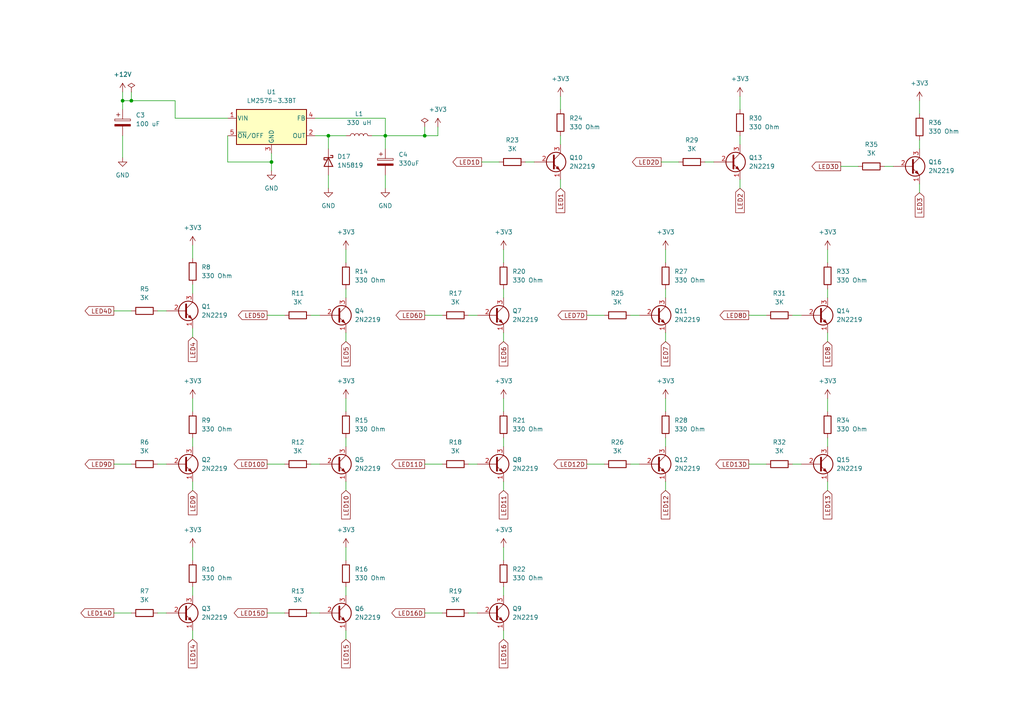
<source format=kicad_sch>
(kicad_sch (version 20211123) (generator eeschema)
  (paper "A4")
  (title_block (title "Mission DMX Input Button Array") (date "2022-10-24") (rev "0") (company "AStA Uni Lübeck") (comment 1 "Autor von Leon Dietrich") (comment 2 "Erwartet 3.3V und 12V Spannungsversorgung") (comment 3 "3.3V nur für Signalleitung"))
  (lib_symbols
    (symbol "Device:C_Polarized" (pin_numbers hide) (pin_names (offset 0.254))
      (property "Reference" "C" (at 0.635 2.54 0))
      (property "Value" "C_Polarized" (at 0.635 -2.54 0))
      (symbol "C_Polarized_0_1"
        (rectangle (start -2.286 0.508) (end 2.286 1.016))
        (polyline (pts (xy -1.778 2.286) (xy -0.762 2.286)))
        (polyline (pts (xy -1.27 2.794) (xy -1.27 1.778)))
        (rectangle (start 2.286 -0.508) (end -2.286 -1.016) (fill (type outline)))
      )
      (symbol "C_Polarized_1_1"
        (pin passive line (at 0 3.81 270) (length 2.794) (name "~") (number "1"))
        (pin passive line (at 0 -3.81 90) (length 2.794) (name "~") (number "2"))
      )
    )
    (symbol "Device:L" (pin_numbers hide) (pin_names (offset 1.016) hide)
      (property "Reference" "L" (at -1.27 0 90))
      (property "Value" "L" (at 1.905 0 90))
      (symbol "L_0_1"
        (arc (start 0 -2.54) (mid 0.635 -1.905) (end 0 -1.27))
        (arc (start 0 -1.27) (mid 0.635 -0.635) (end 0 0))
        (arc (start 0 0) (mid 0.635 0.635) (end 0 1.27))
        (arc (start 0 1.27) (mid 0.635 1.905) (end 0 2.54))
      )
      (symbol "L_1_1"
        (pin passive line (at 0 3.81 270) (length 1.27) (name "1") (number "1"))
        (pin passive line (at 0 -3.81 90) (length 1.27) (name "2") (number "2"))
      )
    )
    (symbol "Device:R" (pin_numbers hide) (pin_names (offset 0))
      (property "Reference" "R" (at 2.032 0 90))
      (property "Value" "R" (at 0 0 90))
      (symbol "R_0_1"
        (rectangle (start -1.016 -2.54) (end 1.016 2.54) (stroke (width 0.254)))
      )
      (symbol "R_1_1"
        (pin passive line (at 0 3.81 270) (length 1.27) (name "~") (number "1"))
        (pin passive line (at 0 -3.81 90) (length 1.27) (name "~") (number "2"))
      )
    )
    (symbol "Diode:1N5819" (pin_numbers hide) (pin_names (offset 1.016) hide)
      (property "Reference" "D" (at 0 2.54 0))
      (property "Value" "1N5819" (at 0 -2.54 0))
      (symbol "1N5819_0_1"
        (polyline (pts (xy 1.27 0) (xy -1.27 0)))
        (polyline (pts (xy 1.27 1.27) (xy 1.27 -1.27) (xy -1.27 0) (xy 1.27 1.27)) (stroke (width 0.254)))
        (polyline (pts (xy -1.905 0.635) (xy -1.905 1.27) (xy -1.27 1.27) (xy -1.27 -1.27) (xy -0.635 -1.27) (xy -0.635 -0.635)) (stroke (width 0.254)))
      )
      (symbol "1N5819_1_1"
        (pin passive line (at -3.81 0 0) (length 2.54) (name "K") (number "1"))
        (pin passive line (at 3.81 0 180) (length 2.54) (name "A") (number "2"))
      )
    )
    (symbol "Regulator_Switching:LM2575-3.3BT" (pin_names (offset 0.254))
      (property "Reference" "U" (at -10.16 6.35 0))
      (property "Value" "LM2575-3.3BT" (at 0 6.35 0))
      (symbol "LM2575-3.3BT_0_1"
        (rectangle (start -10.16 5.08) (end 10.16 -5.08) (stroke (width 0.254)) (fill (type background)))
      )
      (symbol "LM2575-3.3BT_1_1"
        (pin power_in line (at -12.7 2.54 0) (length 2.54) (name "VIN") (number "1"))
        (pin output line (at 12.7 -2.54 180) (length 2.54) (name "OUT") (number "2"))
        (pin power_in line (at 0 -7.62 90) (length 2.54) (name "GND") (number "3"))
        (pin input line (at 12.7 2.54 180) (length 2.54) (name "FB") (number "4"))
        (pin input line (at -12.7 -2.54 0) (length 2.54) (name "~{ON}/OFF") (number "5"))
      )
    )
    (symbol "Transistor_BJT:2N2219" (pin_names (offset 0) hide)
      (property "Reference" "Q" (at 5.08 1.905 0))
      (property "Value" "2N2219" (at 5.08 0 0))
      (symbol "2N2219_0_1"
        (polyline (pts (xy 0.635 0.635) (xy 2.54 2.54)))
        (polyline (pts (xy 0.635 -0.635) (xy 2.54 -2.54) (xy 2.54 -2.54)))
        (polyline (pts (xy 0.635 1.905) (xy 0.635 -1.905) (xy 0.635 -1.905)) (stroke (width 0.508)))
        (polyline (pts (xy 1.27 -1.778) (xy 1.778 -1.27) (xy 2.286 -2.286) (xy 1.27 -1.778) (xy 1.27 -1.778)) (fill (type outline)))
        (circle (center 1.27 0) (radius 2.8194) (stroke (width 0.254)))
      )
      (symbol "2N2219_1_1"
        (pin passive line (at 2.54 -5.08 90) (length 2.54) (name "E") (number "1"))
        (pin passive line (at -5.08 0 0) (length 5.715) (name "B") (number "2"))
        (pin passive line (at 2.54 5.08 270) (length 2.54) (name "C") (number "3"))
      )
    )
    (symbol "power:+12V" (power) (pin_names (offset 0))
      (property "Value" "+12V" (at 0 3.556 0))
      (symbol "+12V_0_1"
        (polyline (pts (xy -0.762 1.27) (xy 0 2.54)))
        (polyline (pts (xy 0 0) (xy 0 2.54)))
        (polyline (pts (xy 0 2.54) (xy 0.762 1.27)))
      )
      (symbol "+12V_1_1"
        (pin power_in line (at 0 0 90) (length 0) hide (name "+12V") (number "1"))
      )
    )
    (symbol "power:+3.3V" (power) (pin_names (offset 0))
      (property "Value" "+3.3V" (at 0 3.556 0))
      (symbol "+3.3V_0_1"
        (polyline (pts (xy -0.762 1.27) (xy 0 2.54)))
        (polyline (pts (xy 0 0) (xy 0 2.54)))
        (polyline (pts (xy 0 2.54) (xy 0.762 1.27)))
      )
      (symbol "+3.3V_1_1"
        (pin power_in line (at 0 0 90) (length 0) hide (name "+3V3") (number "1"))
      )
    )
    (symbol "power:GND" (power) (pin_names (offset 0))
      (property "Value" "GND" (at 0 -3.81 0))
      (symbol "GND_0_1"
        (polyline (pts (xy 0 0) (xy 0 -1.27) (xy 1.27 -1.27) (xy 0 -2.54) (xy -1.27 -1.27) (xy 0 -1.27)))
      )
      (symbol "GND_1_1"
        (pin power_in line (at 0 0 270) (length 0) hide (name "GND") (number "1"))
      )
    )
    (symbol "power:PWR_FLAG" (power) (pin_numbers hide) (pin_names (offset 0) hide)
      (property "Value" "PWR_FLAG" (at 0 3.81 0))
      (symbol "PWR_FLAG_0_0"
        (pin power_out line (at 0 0 90) (length 0) (name "pwr") (number "1"))
      )
      (symbol "PWR_FLAG_0_1"
        (polyline (pts (xy 0 0) (xy 0 1.27) (xy -1.016 1.905) (xy 0 2.54) (xy 1.016 1.905) (xy 0 1.27)))
      )
    )
  )
  (junction (at 95.25 39.37))
  (junction (at 35.56 29.21))
  (junction (at 111.76 39.37))
  (junction (at 78.74 46.99))
  (junction (at 38.1 29.21))
  (junction (at 123.19 39.37))
  (wire (pts (xy 146.05 182.88) (xy 146.05 185.42)))
  (wire (pts (xy 78.74 44.45) (xy 78.74 46.99)))
  (wire (pts (xy 240.03 115.57) (xy 240.03 119.38)))
  (wire (pts (xy 35.56 29.21) (xy 35.56 31.75)))
  (wire (pts (xy 256.54 48.26) (xy 259.08 48.26)))
  (wire (pts (xy 55.88 95.25) (xy 55.88 97.79)))
  (wire (pts (xy 217.17 134.62) (xy 222.25 134.62)))
  (wire (pts (xy 146.05 83.82) (xy 146.05 86.36)))
  (wire (pts (xy 66.04 39.37) (xy 66.04 46.99)))
  (wire (pts (xy 240.03 72.39) (xy 240.03 76.2)))
  (wire (pts (xy 111.76 34.29) (xy 111.76 39.37)))
  (wire (pts (xy 123.19 177.8) (xy 128.27 177.8)))
  (wire (pts (xy 240.03 127) (xy 240.03 129.54)))
  (wire (pts (xy 127 39.37) (xy 123.19 39.37)))
  (wire (pts (xy 146.05 72.39) (xy 146.05 76.2)))
  (wire (pts (xy 240.03 139.7) (xy 240.03 142.24)))
  (wire (pts (xy 139.7 46.99) (xy 144.78 46.99)))
  (wire (pts (xy 240.03 96.52) (xy 240.03 99.06)))
  (wire (pts (xy 50.8 34.29) (xy 50.8 29.21)))
  (wire (pts (xy 55.88 139.7) (xy 55.88 142.24)))
  (wire (pts (xy 91.44 34.29) (xy 111.76 34.29)))
  (wire (pts (xy 193.04 115.57) (xy 193.04 119.38)))
  (wire (pts (xy 95.25 39.37) (xy 95.25 43.18)))
  (wire (pts (xy 146.05 170.18) (xy 146.05 172.72)))
  (wire (pts (xy 266.7 29.21) (xy 266.7 33.02)))
  (wire (pts (xy 95.25 39.37) (xy 100.33 39.37)))
  (wire (pts (xy 146.05 115.57) (xy 146.05 119.38)))
  (wire (pts (xy 77.47 91.44) (xy 82.55 91.44)))
  (wire (pts (xy 45.72 177.8) (xy 48.26 177.8)))
  (wire (pts (xy 243.84 48.26) (xy 248.92 48.26)))
  (wire (pts (xy 266.7 53.34) (xy 266.7 55.88)))
  (wire (pts (xy 55.88 170.18) (xy 55.88 172.72)))
  (wire (pts (xy 55.88 115.57) (xy 55.88 119.38)))
  (wire (pts (xy 152.4 46.99) (xy 154.94 46.99)))
  (wire (pts (xy 45.72 134.62) (xy 48.26 134.62)))
  (wire (pts (xy 55.88 127) (xy 55.88 129.54)))
  (wire (pts (xy 170.18 134.62) (xy 175.26 134.62)))
  (wire (pts (xy 38.1 29.21) (xy 35.56 29.21)))
  (wire (pts (xy 193.04 96.52) (xy 193.04 99.06)))
  (wire (pts (xy 90.17 91.44) (xy 92.71 91.44)))
  (wire (pts (xy 127 36.83) (xy 127 39.37)))
  (wire (pts (xy 123.19 39.37) (xy 111.76 39.37)))
  (wire (pts (xy 100.33 139.7) (xy 100.33 142.24)))
  (wire (pts (xy 229.87 134.62) (xy 232.41 134.62)))
  (wire (pts (xy 170.18 91.44) (xy 175.26 91.44)))
  (wire (pts (xy 182.88 91.44) (xy 185.42 91.44)))
  (wire (pts (xy 229.87 91.44) (xy 232.41 91.44)))
  (wire (pts (xy 193.04 72.39) (xy 193.04 76.2)))
  (wire (pts (xy 95.25 50.8) (xy 95.25 54.61)))
  (wire (pts (xy 91.44 39.37) (xy 95.25 39.37)))
  (wire (pts (xy 123.19 36.83) (xy 123.19 39.37)))
  (wire (pts (xy 123.19 134.62) (xy 128.27 134.62)))
  (wire (pts (xy 193.04 83.82) (xy 193.04 86.36)))
  (wire (pts (xy 100.33 170.18) (xy 100.33 172.72)))
  (wire (pts (xy 100.33 96.52) (xy 100.33 99.06)))
  (wire (pts (xy 35.56 39.37) (xy 35.56 45.72)))
  (wire (pts (xy 146.05 96.52) (xy 146.05 99.06)))
  (wire (pts (xy 78.74 46.99) (xy 78.74 49.53)))
  (wire (pts (xy 240.03 83.82) (xy 240.03 86.36)))
  (wire (pts (xy 45.72 90.17) (xy 48.26 90.17)))
  (wire (pts (xy 55.88 182.88) (xy 55.88 185.42)))
  (wire (pts (xy 66.04 46.99) (xy 78.74 46.99)))
  (wire (pts (xy 100.33 83.82) (xy 100.33 86.36)))
  (wire (pts (xy 135.89 91.44) (xy 138.43 91.44)))
  (wire (pts (xy 100.33 127) (xy 100.33 129.54)))
  (wire (pts (xy 191.77 46.99) (xy 196.85 46.99)))
  (wire (pts (xy 77.47 134.62) (xy 82.55 134.62)))
  (wire (pts (xy 135.89 177.8) (xy 138.43 177.8)))
  (wire (pts (xy 100.33 182.88) (xy 100.33 185.42)))
  (wire (pts (xy 123.19 91.44) (xy 128.27 91.44)))
  (wire (pts (xy 100.33 115.57) (xy 100.33 119.38)))
  (wire (pts (xy 182.88 134.62) (xy 185.42 134.62)))
  (wire (pts (xy 214.63 52.07) (xy 214.63 54.61)))
  (wire (pts (xy 90.17 177.8) (xy 92.71 177.8)))
  (wire (pts (xy 204.47 46.99) (xy 207.01 46.99)))
  (wire (pts (xy 38.1 26.67) (xy 38.1 29.21)))
  (wire (pts (xy 266.7 40.64) (xy 266.7 43.18)))
  (wire (pts (xy 33.02 177.8) (xy 38.1 177.8)))
  (wire (pts (xy 193.04 127) (xy 193.04 129.54)))
  (wire (pts (xy 33.02 134.62) (xy 38.1 134.62)))
  (wire (pts (xy 217.17 91.44) (xy 222.25 91.44)))
  (wire (pts (xy 111.76 43.18) (xy 111.76 39.37)))
  (wire (pts (xy 214.63 39.37) (xy 214.63 41.91)))
  (wire (pts (xy 111.76 39.37) (xy 107.95 39.37)))
  (wire (pts (xy 193.04 139.7) (xy 193.04 142.24)))
  (wire (pts (xy 100.33 72.39) (xy 100.33 76.2)))
  (wire (pts (xy 135.89 134.62) (xy 138.43 134.62)))
  (wire (pts (xy 33.02 90.17) (xy 38.1 90.17)))
  (wire (pts (xy 214.63 27.94) (xy 214.63 31.75)))
  (wire (pts (xy 146.05 158.75) (xy 146.05 162.56)))
  (wire (pts (xy 100.33 158.75) (xy 100.33 162.56)))
  (wire (pts (xy 77.47 177.8) (xy 82.55 177.8)))
  (wire (pts (xy 66.04 34.29) (xy 50.8 34.29)))
  (wire (pts (xy 146.05 139.7) (xy 146.05 142.24)))
  (wire (pts (xy 162.56 27.94) (xy 162.56 31.75)))
  (wire (pts (xy 55.88 71.12) (xy 55.88 74.93)))
  (wire (pts (xy 55.88 82.55) (xy 55.88 85.09)))
  (wire (pts (xy 162.56 52.07) (xy 162.56 54.61)))
  (wire (pts (xy 50.8 29.21) (xy 38.1 29.21)))
  (wire (pts (xy 35.56 26.67) (xy 35.56 29.21)))
  (wire (pts (xy 146.05 127) (xy 146.05 129.54)))
  (wire (pts (xy 162.56 39.37) (xy 162.56 41.91)))
  (wire (pts (xy 55.88 158.75) (xy 55.88 162.56)))
  (wire (pts (xy 90.17 134.62) (xy 92.71 134.62)))
  (wire (pts (xy 111.76 50.8) (xy 111.76 54.61)))
  (global_label "LED11" (shape input) (at 146.05 142.24 270) (property "Referenzen zwischen Schaltplänen" "${INTERSHEET_REFS}" (effects hide)))
  (global_label "LED13D" (shape output) (at 217.17 134.62 180) (property "Referenzen zwischen Schaltplänen" "${INTERSHEET_REFS}" (effects hide)))
  (global_label "LED5" (shape input) (at 100.33 99.06 270) (property "Referenzen zwischen Schaltplänen" "${INTERSHEET_REFS}" (effects hide)))
  (global_label "LED14" (shape input) (at 55.88 185.42 270) (property "Referenzen zwischen Schaltplänen" "${INTERSHEET_REFS}" (effects hide)))
  (global_label "LED8" (shape input) (at 240.03 99.06 270) (property "Referenzen zwischen Schaltplänen" "${INTERSHEET_REFS}" (effects hide)))
  (global_label "LED9D" (shape output) (at 33.02 134.62 180) (property "Referenzen zwischen Schaltplänen" "${INTERSHEET_REFS}" (effects hide)))
  (global_label "LED13" (shape input) (at 240.03 142.24 270) (property "Referenzen zwischen Schaltplänen" "${INTERSHEET_REFS}" (effects hide)))
  (global_label "LED2" (shape input) (at 214.63 54.61 270) (property "Referenzen zwischen Schaltplänen" "${INTERSHEET_REFS}" (effects hide)))
  (global_label "LED11D" (shape output) (at 123.19 134.62 180) (property "Referenzen zwischen Schaltplänen" "${INTERSHEET_REFS}" (effects hide)))
  (global_label "LED1D" (shape output) (at 139.7 46.99 180) (property "Referenzen zwischen Schaltplänen" "${INTERSHEET_REFS}" (effects hide)))
  (global_label "LED3" (shape input) (at 266.7 55.88 270) (property "Referenzen zwischen Schaltplänen" "${INTERSHEET_REFS}" (effects hide)))
  (global_label "LED16" (shape input) (at 146.05 185.42 270) (property "Referenzen zwischen Schaltplänen" "${INTERSHEET_REFS}" (effects hide)))
  (global_label "LED4D" (shape output) (at 33.02 90.17 180) (property "Referenzen zwischen Schaltplänen" "${INTERSHEET_REFS}" (effects hide)))
  (global_label "LED12D" (shape output) (at 170.18 134.62 180) (property "Referenzen zwischen Schaltplänen" "${INTERSHEET_REFS}" (effects hide)))
  (global_label "LED4" (shape input) (at 55.88 97.79 270) (property "Referenzen zwischen Schaltplänen" "${INTERSHEET_REFS}" (effects hide)))
  (global_label "LED12" (shape input) (at 193.04 142.24 270) (property "Referenzen zwischen Schaltplänen" "${INTERSHEET_REFS}" (effects hide)))
  (global_label "LED2D" (shape output) (at 191.77 46.99 180) (property "Referenzen zwischen Schaltplänen" "${INTERSHEET_REFS}" (effects hide)))
  (global_label "LED15" (shape input) (at 100.33 185.42 270) (property "Referenzen zwischen Schaltplänen" "${INTERSHEET_REFS}" (effects hide)))
  (global_label "LED15D" (shape output) (at 77.47 177.8 180) (property "Referenzen zwischen Schaltplänen" "${INTERSHEET_REFS}" (effects hide)))
  (global_label "LED5D" (shape output) (at 77.47 91.44 180) (property "Referenzen zwischen Schaltplänen" "${INTERSHEET_REFS}" (effects hide)))
  (global_label "LED9" (shape input) (at 55.88 142.24 270) (property "Referenzen zwischen Schaltplänen" "${INTERSHEET_REFS}" (effects hide)))
  (global_label "LED8D" (shape output) (at 217.17 91.44 180) (property "Referenzen zwischen Schaltplänen" "${INTERSHEET_REFS}" (effects hide)))
  (global_label "LED1" (shape input) (at 162.56 54.61 270) (property "Referenzen zwischen Schaltplänen" "${INTERSHEET_REFS}" (effects hide)))
  (global_label "LED6" (shape input) (at 146.05 99.06 270) (property "Referenzen zwischen Schaltplänen" "${INTERSHEET_REFS}" (effects hide)))
  (global_label "LED10" (shape input) (at 100.33 142.24 270) (property "Referenzen zwischen Schaltplänen" "${INTERSHEET_REFS}" (effects hide)))
  (global_label "LED7" (shape input) (at 193.04 99.06 270) (property "Referenzen zwischen Schaltplänen" "${INTERSHEET_REFS}" (effects hide)))
  (global_label "LED16D" (shape output) (at 123.19 177.8 180) (property "Referenzen zwischen Schaltplänen" "${INTERSHEET_REFS}" (effects hide)))
  (global_label "LED14D" (shape output) (at 33.02 177.8 180) (property "Referenzen zwischen Schaltplänen" "${INTERSHEET_REFS}" (effects hide)))
  (global_label "LED3D" (shape output) (at 243.84 48.26 180) (property "Referenzen zwischen Schaltplänen" "${INTERSHEET_REFS}" (effects hide)))
  (global_label "LED7D" (shape output) (at 170.18 91.44 180) (property "Referenzen zwischen Schaltplänen" "${INTERSHEET_REFS}" (effects hide)))
  (global_label "LED6D" (shape output) (at 123.19 91.44 180) (property "Referenzen zwischen Schaltplänen" "${INTERSHEET_REFS}" (effects hide)))
  (global_label "LED10D" (shape output) (at 77.47 134.62 180) (property "Referenzen zwischen Schaltplänen" "${INTERSHEET_REFS}" (effects hide)))
  (symbol (lib_id "power:+3.3V") (at 146.05 115.57 0) (unit 1)
    (property "Reference" "#PWR039" (effects hide))
    (property "Value" "+3.3V" (at 146.05 110.49 0))
  )
  (symbol (lib_id "Transistor_BJT:2N2219") (at 143.51 91.44 0) (unit 1)
    (property "Reference" "Q7" (at 148.59 90.1699 0) (effects (justify left)))
    (property "Value" "2N2219" (at 148.59 92.7099 0) (effects (justify left)))
    (property "Footprint" "Package_TO_SOT_THT:TO-39-3" (effects hide))
    (property "Datasheet" "http://www.onsemi.com/pub_link/Collateral/2N2219-D.PDF" (effects hide))
  )
  (symbol (lib_id "Device:R") (at 193.04 80.01 0) (unit 1)
    (property "Reference" "R27" (at 195.58 78.7399 0) (effects (justify left)))
    (property "Value" "330 Ohm" (at 195.58 81.2799 0) (effects (justify left)))
    (property "Footprint" "Resistor_SMD:R_1206_3216Metric_Pad1.30x1.75mm_HandSolder" (effects hide))
  )
  (symbol (lib_id "power:+3.3V") (at 266.7 29.21 0) (unit 1)
    (property "Reference" "#PWR047" (effects hide))
    (property "Value" "+3.3V" (at 266.7 24.13 0))
  )
  (symbol (lib_id "Device:R") (at 132.08 177.8 90) (unit 1)
    (property "Reference" "R19" (at 132.08 171.45 90))
    (property "Value" "3K" (at 132.08 173.99 90))
    (property "Footprint" "Resistor_SMD:R_1206_3216Metric_Pad1.30x1.75mm_HandSolder" (effects hide))
  )
  (symbol (lib_id "Transistor_BJT:2N2219") (at 143.51 134.62 0) (unit 1)
    (property "Reference" "Q8" (at 148.59 133.3499 0) (effects (justify left)))
    (property "Value" "2N2219" (at 148.59 135.8899 0) (effects (justify left)))
    (property "Footprint" "Package_TO_SOT_THT:TO-39-3" (effects hide))
    (property "Datasheet" "http://www.onsemi.com/pub_link/Collateral/2N2219-D.PDF" (effects hide))
  )
  (symbol (lib_id "Device:L") (at 104.14 39.37 90) (unit 1)
    (property "Reference" "L1" (at 104.14 33.02 90))
    (property "Value" "330 uH" (at 104.14 35.56 90))
    (property "Footprint" "Inductor_SMD:L_Fastron_PISN_Handsoldering" (effects hide))
  )
  (symbol (lib_id "Device:R") (at 100.33 123.19 0) (unit 1)
    (property "Reference" "R15" (at 102.87 121.9199 0) (effects (justify left)))
    (property "Value" "330 Ohm" (at 102.87 124.4599 0) (effects (justify left)))
    (property "Footprint" "Resistor_SMD:R_1206_3216Metric_Pad1.30x1.75mm_HandSolder" (effects hide))
  )
  (symbol (lib_id "Device:R") (at 55.88 166.37 0) (unit 1)
    (property "Reference" "R10" (at 58.42 165.0999 0) (effects (justify left)))
    (property "Value" "330 Ohm" (at 58.42 167.6399 0) (effects (justify left)))
    (property "Footprint" "Resistor_SMD:R_1206_3216Metric_Pad1.30x1.75mm_HandSolder" (effects hide))
  )
  (symbol (lib_id "Device:R") (at 146.05 80.01 0) (unit 1)
    (property "Reference" "R20" (at 148.59 78.7399 0) (effects (justify left)))
    (property "Value" "330 Ohm" (at 148.59 81.2799 0) (effects (justify left)))
    (property "Footprint" "Resistor_SMD:R_1206_3216Metric_Pad1.30x1.75mm_HandSolder" (effects hide))
  )
  (symbol (lib_id "Device:R") (at 266.7 36.83 0) (unit 1)
    (property "Reference" "R36" (at 269.24 35.5599 0) (effects (justify left)))
    (property "Value" "330 Ohm" (at 269.24 38.0999 0) (effects (justify left)))
    (property "Footprint" "Resistor_SMD:R_1206_3216Metric_Pad1.30x1.75mm_HandSolder" (effects hide))
  )
  (symbol (lib_id "Device:R") (at 41.91 177.8 90) (unit 1)
    (property "Reference" "R7" (at 41.91 171.45 90))
    (property "Value" "3K" (at 41.91 173.99 90))
    (property "Footprint" "Resistor_SMD:R_1206_3216Metric_Pad1.30x1.75mm_HandSolder" (effects hide))
  )
  (symbol (lib_id "power:+3.3V") (at 193.04 72.39 0) (unit 1)
    (property "Reference" "#PWR042" (effects hide))
    (property "Value" "+3.3V" (at 193.04 67.31 0))
  )
  (symbol (lib_id "power:+3.3V") (at 100.33 72.39 0) (unit 1)
    (property "Reference" "#PWR033" (effects hide))
    (property "Value" "+3.3V" (at 100.33 67.31 0))
  )
  (symbol (lib_id "Transistor_BJT:2N2219") (at 237.49 134.62 0) (unit 1)
    (property "Reference" "Q15" (at 242.57 133.3499 0) (effects (justify left)))
    (property "Value" "2N2219" (at 242.57 135.8899 0) (effects (justify left)))
    (property "Footprint" "Package_TO_SOT_THT:TO-39-3" (effects hide))
    (property "Datasheet" "http://www.onsemi.com/pub_link/Collateral/2N2219-D.PDF" (effects hide))
  )
  (symbol (lib_id "Device:R") (at 179.07 91.44 90) (unit 1)
    (property "Reference" "R25" (at 179.07 85.09 90))
    (property "Value" "3K" (at 179.07 87.63 90))
    (property "Footprint" "Resistor_SMD:R_1206_3216Metric_Pad1.30x1.75mm_HandSolder" (effects hide))
  )
  (symbol (lib_id "Device:R") (at 55.88 78.74 0) (unit 1)
    (property "Reference" "R8" (at 58.42 77.4699 0) (effects (justify left)))
    (property "Value" "330 Ohm" (at 58.42 80.0099 0) (effects (justify left)))
    (property "Footprint" "Resistor_SMD:R_1206_3216Metric_Pad1.30x1.75mm_HandSolder" (effects hide))
  )
  (symbol (lib_id "Diode:1N5819") (at 95.25 46.99 270) (unit 1)
    (property "Reference" "D17" (at 97.79 45.4024 90) (effects (justify left)))
    (property "Value" "1N5819" (at 97.79 47.9424 90) (effects (justify left)))
    (property "Footprint" "Diode_THT:D_DO-41_SOD81_P10.16mm_Horizontal" (effects hide))
    (property "Datasheet" "http://www.vishay.com/docs/88525/1n5817.pdf" (effects hide))
  )
  (symbol (lib_id "Transistor_BJT:2N2219") (at 97.79 134.62 0) (unit 1)
    (property "Reference" "Q5" (at 102.87 133.3499 0) (effects (justify left)))
    (property "Value" "2N2219" (at 102.87 135.8899 0) (effects (justify left)))
    (property "Footprint" "Package_TO_SOT_THT:TO-39-3" (effects hide))
    (property "Datasheet" "http://www.onsemi.com/pub_link/Collateral/2N2219-D.PDF" (effects hide))
  )
  (symbol (lib_id "Transistor_BJT:2N2219") (at 143.51 177.8 0) (unit 1)
    (property "Reference" "Q9" (at 148.59 176.5299 0) (effects (justify left)))
    (property "Value" "2N2219" (at 148.59 179.0699 0) (effects (justify left)))
    (property "Footprint" "Package_TO_SOT_THT:TO-39-3" (effects hide))
    (property "Datasheet" "http://www.onsemi.com/pub_link/Collateral/2N2219-D.PDF" (effects hide))
  )
  (symbol (lib_id "Device:R") (at 86.36 177.8 90) (unit 1)
    (property "Reference" "R13" (at 86.36 171.45 90))
    (property "Value" "3K" (at 86.36 173.99 90))
    (property "Footprint" "Resistor_SMD:R_1206_3216Metric_Pad1.30x1.75mm_HandSolder" (effects hide))
  )
  (symbol (lib_id "power:+3.3V") (at 146.05 158.75 0) (unit 1)
    (property "Reference" "#PWR040" (effects hide))
    (property "Value" "+3.3V" (at 146.05 153.67 0))
  )
  (symbol (lib_id "Device:R") (at 193.04 123.19 0) (unit 1)
    (property "Reference" "R28" (at 195.58 121.9199 0) (effects (justify left)))
    (property "Value" "330 Ohm" (at 195.58 124.4599 0) (effects (justify left)))
    (property "Footprint" "Resistor_SMD:R_1206_3216Metric_Pad1.30x1.75mm_HandSolder" (effects hide))
  )
  (symbol (lib_id "Transistor_BJT:2N2219") (at 212.09 46.99 0) (unit 1)
    (property "Reference" "Q13" (at 217.17 45.7199 0) (effects (justify left)))
    (property "Value" "2N2219" (at 217.17 48.2599 0) (effects (justify left)))
    (property "Footprint" "Package_TO_SOT_THT:TO-39-3" (effects hide))
    (property "Datasheet" "http://www.onsemi.com/pub_link/Collateral/2N2219-D.PDF" (effects hide))
  )
  (symbol (lib_id "Device:C_Polarized") (at 35.56 35.56 0) (unit 1)
    (property "Reference" "C3" (at 39.37 33.4009 0) (effects (justify left)))
    (property "Value" "100 uF" (at 39.37 35.9409 0) (effects (justify left)))
    (property "Footprint" "Capacitor_THT:CP_Radial_D6.3mm_P2.50mm" (effects hide))
  )
  (symbol (lib_id "Device:R") (at 162.56 35.56 0) (unit 1)
    (property "Reference" "R24" (at 165.1 34.2899 0) (effects (justify left)))
    (property "Value" "330 Ohm" (at 165.1 36.8299 0) (effects (justify left)))
    (property "Footprint" "Resistor_SMD:R_1206_3216Metric_Pad1.30x1.75mm_HandSolder" (effects hide))
  )
  (symbol (lib_id "power:PWR_FLAG") (at 123.19 36.83 0) (unit 1)
    (property "Reference" "#FLG04" (effects hide))
    (property "Value" "PWR_FLAG" (effects hide))
  )
  (symbol (lib_id "Device:R") (at 252.73 48.26 90) (unit 1)
    (property "Reference" "R35" (at 252.73 41.91 90))
    (property "Value" "3K" (at 252.73 44.45 90))
    (property "Footprint" "Resistor_SMD:R_1206_3216Metric_Pad1.30x1.75mm_HandSolder" (effects hide))
  )
  (symbol (lib_id "Device:R") (at 146.05 166.37 0) (unit 1)
    (property "Reference" "R22" (at 148.59 165.0999 0) (effects (justify left)))
    (property "Value" "330 Ohm" (at 148.59 167.6399 0) (effects (justify left)))
    (property "Footprint" "Resistor_SMD:R_1206_3216Metric_Pad1.30x1.75mm_HandSolder" (effects hide))
  )
  (symbol (lib_id "Device:C_Polarized") (at 111.76 46.99 0) (unit 1)
    (property "Reference" "C4" (at 115.57 44.8309 0) (effects (justify left)))
    (property "Value" "330uF" (at 115.57 47.3709 0) (effects (justify left)))
    (property "Footprint" "Capacitor_THT:CP_Radial_D10.0mm_P5.00mm" (effects hide))
  )
  (symbol (lib_id "Regulator_Switching:LM2575-3.3BT") (at 78.74 36.83 0) (unit 1)
    (property "Reference" "U1" (at 78.74 26.67 0))
    (property "Value" "LM2575-3.3BT" (at 78.74 29.21 0))
    (property "Footprint" "Package_TO_SOT_THT:TO-220-5_Vertical" (effects hide))
    (property "Datasheet" "http://ww1.microchip.com/downloads/en/DeviceDoc/lm2575.pdf" (effects hide))
  )
  (symbol (lib_id "Device:R") (at 200.66 46.99 90) (unit 1)
    (property "Reference" "R29" (at 200.66 40.64 90))
    (property "Value" "3K" (at 200.66 43.18 90))
    (property "Footprint" "Resistor_SMD:R_1206_3216Metric_Pad1.30x1.75mm_HandSolder" (effects hide))
  )
  (symbol (lib_id "power:+3.3V") (at 100.33 158.75 0) (unit 1)
    (property "Reference" "#PWR035" (effects hide))
    (property "Value" "+3.3V" (at 100.33 153.67 0))
  )
  (symbol (lib_id "power:+3.3V") (at 240.03 115.57 0) (unit 1)
    (property "Reference" "#PWR046" (effects hide))
    (property "Value" "+3.3V" (at 240.03 110.49 0))
  )
  (symbol (lib_id "power:+3.3V") (at 55.88 158.75 0) (unit 1)
    (property "Reference" "#PWR030" (effects hide))
    (property "Value" "+3.3V" (at 55.88 153.67 0))
  )
  (symbol (lib_id "Device:R") (at 240.03 123.19 0) (unit 1)
    (property "Reference" "R34" (at 242.57 121.9199 0) (effects (justify left)))
    (property "Value" "330 Ohm" (at 242.57 124.4599 0) (effects (justify left)))
    (property "Footprint" "Resistor_SMD:R_1206_3216Metric_Pad1.30x1.75mm_HandSolder" (effects hide))
  )
  (symbol (lib_id "Device:R") (at 214.63 35.56 0) (unit 1)
    (property "Reference" "R30" (at 217.17 34.2899 0) (effects (justify left)))
    (property "Value" "330 Ohm" (at 217.17 36.8299 0) (effects (justify left)))
    (property "Footprint" "Resistor_SMD:R_1206_3216Metric_Pad1.30x1.75mm_HandSolder" (effects hide))
  )
  (symbol (lib_id "power:+3.3V") (at 162.56 27.94 0) (unit 1)
    (property "Reference" "#PWR041" (effects hide))
    (property "Value" "+3.3V" (at 162.56 22.86 0))
  )
  (symbol (lib_id "Transistor_BJT:2N2219") (at 97.79 177.8 0) (unit 1)
    (property "Reference" "Q6" (at 102.87 176.5299 0) (effects (justify left)))
    (property "Value" "2N2219" (at 102.87 179.0699 0) (effects (justify left)))
    (property "Footprint" "Package_TO_SOT_THT:TO-39-3" (effects hide))
    (property "Datasheet" "http://www.onsemi.com/pub_link/Collateral/2N2219-D.PDF" (effects hide))
  )
  (symbol (lib_id "Device:R") (at 100.33 80.01 0) (unit 1)
    (property "Reference" "R14" (at 102.87 78.7399 0) (effects (justify left)))
    (property "Value" "330 Ohm" (at 102.87 81.2799 0) (effects (justify left)))
    (property "Footprint" "Resistor_SMD:R_1206_3216Metric_Pad1.30x1.75mm_HandSolder" (effects hide))
  )
  (symbol (lib_id "Transistor_BJT:2N2219") (at 53.34 177.8 0) (unit 1)
    (property "Reference" "Q3" (at 58.42 176.5299 0) (effects (justify left)))
    (property "Value" "2N2219" (at 58.42 179.0699 0) (effects (justify left)))
    (property "Footprint" "Package_TO_SOT_THT:TO-39-3" (effects hide))
    (property "Datasheet" "http://www.onsemi.com/pub_link/Collateral/2N2219-D.PDF" (effects hide))
  )
  (symbol (lib_id "Transistor_BJT:2N2219") (at 53.34 134.62 0) (unit 1)
    (property "Reference" "Q2" (at 58.42 133.3499 0) (effects (justify left)))
    (property "Value" "2N2219" (at 58.42 135.8899 0) (effects (justify left)))
    (property "Footprint" "Package_TO_SOT_THT:TO-39-3" (effects hide))
    (property "Datasheet" "http://www.onsemi.com/pub_link/Collateral/2N2219-D.PDF" (effects hide))
  )
  (symbol (lib_id "power:GND") (at 35.56 45.72 0) (unit 1)
    (property "Reference" "#PWR027" (effects hide))
    (property "Value" "GND" (at 35.56 50.8 0))
  )
  (symbol (lib_id "Device:R") (at 179.07 134.62 90) (unit 1)
    (property "Reference" "R26" (at 179.07 128.27 90))
    (property "Value" "3K" (at 179.07 130.81 90))
    (property "Footprint" "Resistor_SMD:R_1206_3216Metric_Pad1.30x1.75mm_HandSolder" (effects hide))
  )
  (symbol (lib_id "Device:R") (at 226.06 134.62 90) (unit 1)
    (property "Reference" "R32" (at 226.06 128.27 90))
    (property "Value" "3K" (at 226.06 130.81 90))
    (property "Footprint" "Resistor_SMD:R_1206_3216Metric_Pad1.30x1.75mm_HandSolder" (effects hide))
  )
  (symbol (lib_id "power:GND") (at 95.25 54.61 0) (unit 1)
    (property "Reference" "#PWR032" (effects hide))
    (property "Value" "GND" (at 95.25 59.69 0))
  )
  (symbol (lib_id "power:GND") (at 111.76 54.61 0) (unit 1)
    (property "Reference" "#PWR036" (effects hide))
    (property "Value" "GND" (at 111.76 59.69 0))
  )
  (symbol (lib_id "power:+3.3V") (at 146.05 72.39 0) (unit 1)
    (property "Reference" "#PWR038" (effects hide))
    (property "Value" "+3.3V" (at 146.05 67.31 0))
  )
  (symbol (lib_id "power:+12V") (at 35.56 26.67 0) (unit 1)
    (property "Reference" "#PWR026" (effects hide))
    (property "Value" "+12V" (at 35.56 21.59 0))
  )
  (symbol (lib_id "Device:R") (at 132.08 134.62 90) (unit 1)
    (property "Reference" "R18" (at 132.08 128.27 90))
    (property "Value" "3K" (at 132.08 130.81 90))
    (property "Footprint" "Resistor_SMD:R_1206_3216Metric_Pad1.30x1.75mm_HandSolder" (effects hide))
  )
  (symbol (lib_id "Transistor_BJT:2N2219") (at 264.16 48.26 0) (unit 1)
    (property "Reference" "Q16" (at 269.24 46.9899 0) (effects (justify left)))
    (property "Value" "2N2219" (at 269.24 49.5299 0) (effects (justify left)))
    (property "Footprint" "Package_TO_SOT_THT:TO-39-3" (effects hide))
    (property "Datasheet" "http://www.onsemi.com/pub_link/Collateral/2N2219-D.PDF" (effects hide))
  )
  (symbol (lib_id "power:PWR_FLAG") (at 38.1 26.67 0) (unit 1)
    (property "Reference" "#FLG03" (effects hide))
    (property "Value" "PWR_FLAG" (effects hide))
  )
  (symbol (lib_id "power:+3.3V") (at 55.88 115.57 0) (unit 1)
    (property "Reference" "#PWR029" (effects hide))
    (property "Value" "+3.3V" (at 55.88 110.49 0))
  )
  (symbol (lib_id "power:+3.3V") (at 240.03 72.39 0) (unit 1)
    (property "Reference" "#PWR045" (effects hide))
    (property "Value" "+3.3V" (at 240.03 67.31 0))
  )
  (symbol (lib_id "Transistor_BJT:2N2219") (at 53.34 90.17 0) (unit 1)
    (property "Reference" "Q1" (at 58.42 88.8999 0) (effects (justify left)))
    (property "Value" "2N2219" (at 58.42 91.4399 0) (effects (justify left)))
    (property "Footprint" "Package_TO_SOT_THT:TO-39-3" (effects hide))
    (property "Datasheet" "http://www.onsemi.com/pub_link/Collateral/2N2219-D.PDF" (effects hide))
  )
  (symbol (lib_id "Device:R") (at 100.33 166.37 0) (unit 1)
    (property "Reference" "R16" (at 102.87 165.0999 0) (effects (justify left)))
    (property "Value" "330 Ohm" (at 102.87 167.6399 0) (effects (justify left)))
    (property "Footprint" "Resistor_SMD:R_1206_3216Metric_Pad1.30x1.75mm_HandSolder" (effects hide))
  )
  (symbol (lib_id "Device:R") (at 86.36 91.44 90) (unit 1)
    (property "Reference" "R11" (at 86.36 85.09 90))
    (property "Value" "3K" (at 86.36 87.63 90))
    (property "Footprint" "Resistor_SMD:R_1206_3216Metric_Pad1.30x1.75mm_HandSolder" (effects hide))
  )
  (symbol (lib_id "Transistor_BJT:2N2219") (at 97.79 91.44 0) (unit 1)
    (property "Reference" "Q4" (at 102.87 90.1699 0) (effects (justify left)))
    (property "Value" "2N2219" (at 102.87 92.7099 0) (effects (justify left)))
    (property "Footprint" "Package_TO_SOT_THT:TO-39-3" (effects hide))
    (property "Datasheet" "http://www.onsemi.com/pub_link/Collateral/2N2219-D.PDF" (effects hide))
  )
  (symbol (lib_id "Device:R") (at 132.08 91.44 90) (unit 1)
    (property "Reference" "R17" (at 132.08 85.09 90))
    (property "Value" "3K" (at 132.08 87.63 90))
    (property "Footprint" "Resistor_SMD:R_1206_3216Metric_Pad1.30x1.75mm_HandSolder" (effects hide))
  )
  (symbol (lib_id "power:+3.3V") (at 214.63 27.94 0) (unit 1)
    (property "Reference" "#PWR044" (effects hide))
    (property "Value" "+3.3V" (at 214.63 22.86 0))
  )
  (symbol (lib_id "power:+3.3V") (at 100.33 115.57 0) (unit 1)
    (property "Reference" "#PWR034" (effects hide))
    (property "Value" "+3.3V" (at 100.33 110.49 0))
  )
  (symbol (lib_id "Device:R") (at 226.06 91.44 90) (unit 1)
    (property "Reference" "R31" (at 226.06 85.09 90))
    (property "Value" "3K" (at 226.06 87.63 90))
    (property "Footprint" "Resistor_SMD:R_1206_3216Metric_Pad1.30x1.75mm_HandSolder" (effects hide))
  )
  (symbol (lib_id "Transistor_BJT:2N2219") (at 190.5 91.44 0) (unit 1)
    (property "Reference" "Q11" (at 195.58 90.1699 0) (effects (justify left)))
    (property "Value" "2N2219" (at 195.58 92.7099 0) (effects (justify left)))
    (property "Footprint" "Package_TO_SOT_THT:TO-39-3" (effects hide))
    (property "Datasheet" "http://www.onsemi.com/pub_link/Collateral/2N2219-D.PDF" (effects hide))
  )
  (symbol (lib_id "Transistor_BJT:2N2219") (at 160.02 46.99 0) (unit 1)
    (property "Reference" "Q10" (at 165.1 45.7199 0) (effects (justify left)))
    (property "Value" "2N2219" (at 165.1 48.2599 0) (effects (justify left)))
    (property "Footprint" "Package_TO_SOT_THT:TO-39-3" (effects hide))
    (property "Datasheet" "http://www.onsemi.com/pub_link/Collateral/2N2219-D.PDF" (effects hide))
  )
  (symbol (lib_id "Device:R") (at 41.91 134.62 90) (unit 1)
    (property "Reference" "R6" (at 41.91 128.27 90))
    (property "Value" "3K" (at 41.91 130.81 90))
    (property "Footprint" "Resistor_SMD:R_1206_3216Metric_Pad1.30x1.75mm_HandSolder" (effects hide))
  )
  (symbol (lib_id "Device:R") (at 148.59 46.99 90) (unit 1)
    (property "Reference" "R23" (at 148.59 40.64 90))
    (property "Value" "3K" (at 148.59 43.18 90))
    (property "Footprint" "Resistor_SMD:R_1206_3216Metric_Pad1.30x1.75mm_HandSolder" (effects hide))
  )
  (symbol (lib_id "Device:R") (at 146.05 123.19 0) (unit 1)
    (property "Reference" "R21" (at 148.59 121.9199 0) (effects (justify left)))
    (property "Value" "330 Ohm" (at 148.59 124.4599 0) (effects (justify left)))
    (property "Footprint" "Resistor_SMD:R_1206_3216Metric_Pad1.30x1.75mm_HandSolder" (effects hide))
  )
  (symbol (lib_id "power:+3.3V") (at 55.88 71.12 0) (unit 1)
    (property "Reference" "#PWR028" (effects hide))
    (property "Value" "+3.3V" (at 55.88 66.04 0))
  )
  (symbol (lib_id "Device:R") (at 240.03 80.01 0) (unit 1)
    (property "Reference" "R33" (at 242.57 78.7399 0) (effects (justify left)))
    (property "Value" "330 Ohm" (at 242.57 81.2799 0) (effects (justify left)))
    (property "Footprint" "Resistor_SMD:R_1206_3216Metric_Pad1.30x1.75mm_HandSolder" (effects hide))
  )
  (symbol (lib_id "Device:R") (at 86.36 134.62 90) (unit 1)
    (property "Reference" "R12" (at 86.36 128.27 90))
    (property "Value" "3K" (at 86.36 130.81 90))
    (property "Footprint" "Resistor_SMD:R_1206_3216Metric_Pad1.30x1.75mm_HandSolder" (effects hide))
  )
  (symbol (lib_id "Transistor_BJT:2N2219") (at 237.49 91.44 0) (unit 1)
    (property "Reference" "Q14" (at 242.57 90.1699 0) (effects (justify left)))
    (property "Value" "2N2219" (at 242.57 92.7099 0) (effects (justify left)))
    (property "Footprint" "Package_TO_SOT_THT:TO-39-3" (effects hide))
    (property "Datasheet" "http://www.onsemi.com/pub_link/Collateral/2N2219-D.PDF" (effects hide))
  )
  (symbol (lib_id "power:+3.3V") (at 193.04 115.57 0) (unit 1)
    (property "Reference" "#PWR043" (effects hide))
    (property "Value" "+3.3V" (at 193.04 110.49 0))
  )
  (symbol (lib_id "Device:R") (at 55.88 123.19 0) (unit 1)
    (property "Reference" "R9" (at 58.42 121.9199 0) (effects (justify left)))
    (property "Value" "330 Ohm" (at 58.42 124.4599 0) (effects (justify left)))
    (property "Footprint" "Resistor_SMD:R_1206_3216Metric_Pad1.30x1.75mm_HandSolder" (effects hide))
  )
  (symbol (lib_id "power:+3.3V") (at 127 36.83 0) (unit 1)
    (property "Reference" "#PWR037" (effects hide))
    (property "Value" "+3.3V" (at 127 31.75 0))
  )
  (symbol (lib_id "Transistor_BJT:2N2219") (at 190.5 134.62 0) (unit 1)
    (property "Reference" "Q12" (at 195.58 133.3499 0) (effects (justify left)))
    (property "Value" "2N2219" (at 195.58 135.8899 0) (effects (justify left)))
    (property "Footprint" "Package_TO_SOT_THT:TO-39-3" (effects hide))
    (property "Datasheet" "http://www.onsemi.com/pub_link/Collateral/2N2219-D.PDF" (effects hide))
  )
  (symbol (lib_id "power:GND") (at 78.74 49.53 0) (unit 1)
    (property "Reference" "#PWR031" (effects hide))
    (property "Value" "GND" (at 78.74 54.61 0))
  )
  (symbol (lib_id "Device:R") (at 41.91 90.17 90) (unit 1)
    (property "Reference" "R5" (at 41.91 83.82 90))
    (property "Value" "3K" (at 41.91 86.36 90))
    (property "Footprint" "Resistor_SMD:R_1206_3216Metric_Pad1.30x1.75mm_HandSolder" (effects hide))
  )
)
</source>
